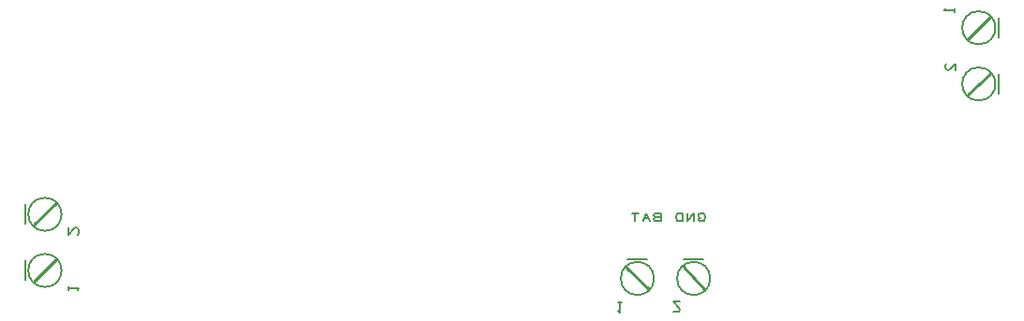
<source format=gbr>
G04 DesignSpark PCB Gerber Version 12.0 Build 5942*
%FSLAX35Y35*%
%MOIN*%
%ADD10C,0.00500*%
%ADD14C,0.00591*%
%ADD13C,0.00600*%
%ADD19C,0.01000*%
X0Y0D02*
D02*
D10*
X58743Y69781D02*
Y67281D01*
X60931Y69468D01*
X61556Y69781D01*
X62181Y69468D01*
X62493Y68843D01*
Y67906D01*
X62181Y67281D01*
X58943Y47706D02*
Y48956D01*
Y48331D02*
X62693D01*
X62069Y47706D01*
X254241Y43289D02*
X255491D01*
X254866D02*
Y39539D01*
X254241Y40164D01*
X276316Y43489D02*
X273816D01*
X276004Y41301D01*
X276316Y40676D01*
X276004Y40051D01*
X275379Y39739D01*
X274441D01*
X273816Y40051D01*
X374037Y147873D02*
Y146623D01*
Y147248D02*
X370287D01*
X370912Y147873D01*
X374237Y125798D02*
Y128298D01*
X372049Y126111D01*
X371424Y125798D01*
X370799Y126111D01*
X370487Y126735D01*
Y127673D01*
X370799Y128298D01*
D02*
D13*
X43506Y51081D02*
Y58081D01*
Y71081D02*
Y78081D01*
X50506Y60481D02*
G75*
G02*
Y48681I0J-5900D01*
G01*
G75*
G02*
Y60481I0J5900D01*
G01*
Y80481D02*
G75*
G02*
Y68681I0J-5900D01*
G01*
G75*
G02*
Y80481I0J5900D01*
G01*
X257616Y58726D02*
X264616D01*
X267016Y51726D02*
G75*
G02*
X255216I-5900J0D01*
G01*
G75*
G02*
X267016I5900J0D01*
G01*
X277616Y58726D02*
X284616D01*
X287016Y51726D02*
G75*
G02*
X275216I-5900J0D01*
G01*
G75*
G02*
X287016I5900J0D01*
G01*
X382474Y115098D02*
G75*
G02*
Y126898I0J5900D01*
G01*
G75*
G02*
Y115098I0J-5900D01*
G01*
Y135098D02*
G75*
G02*
Y146898I0J5900D01*
G01*
G75*
G02*
Y135098I0J-5900D01*
G01*
X389474Y124498D02*
Y117498D01*
Y144498D02*
Y137498D01*
D02*
D14*
X283488Y73321D02*
X282750D01*
Y73075D01*
X282996Y72583D01*
X283242Y72337D01*
X283734Y72091D01*
X284226D01*
X284719Y72337D01*
X284965Y72583D01*
X285211Y73075D01*
Y74059D01*
X284965Y74551D01*
X284719Y74797D01*
X284226Y75043D01*
X283734D01*
X283242Y74797D01*
X282996Y74551D01*
X282750Y74059D01*
X281274Y72091D02*
Y75043D01*
X278813Y72091D01*
Y75043D01*
X277337Y72091D02*
Y75043D01*
X275860D01*
X275368Y74797D01*
X275122Y74551D01*
X274876Y74059D01*
Y73075D01*
X275122Y72583D01*
X275368Y72337D01*
X275860Y72091D01*
X277337D01*
X267740Y73567D02*
X267248Y73321D01*
X267002Y72829D01*
X267248Y72337D01*
X267740Y72091D01*
X269463D01*
Y75043D01*
X267740D01*
X267248Y74797D01*
X267002Y74305D01*
X267248Y73813D01*
X267740Y73567D01*
X269463D01*
X265526Y72091D02*
X264295Y75043D01*
X263065Y72091D01*
X265033Y73321D02*
X263557D01*
X260358Y72091D02*
Y75043D01*
X261589D02*
X259128D01*
D02*
D19*
X46406Y70981D02*
X54406Y78481D01*
X46506Y50681D02*
X54406Y58581D01*
X257216Y55726D02*
X265116Y47826D01*
X277516Y55826D02*
X285016Y47826D01*
X386474Y144898D02*
X378574Y136998D01*
X386574Y124598D02*
X378574Y117098D01*
X0Y0D02*
M02*

</source>
